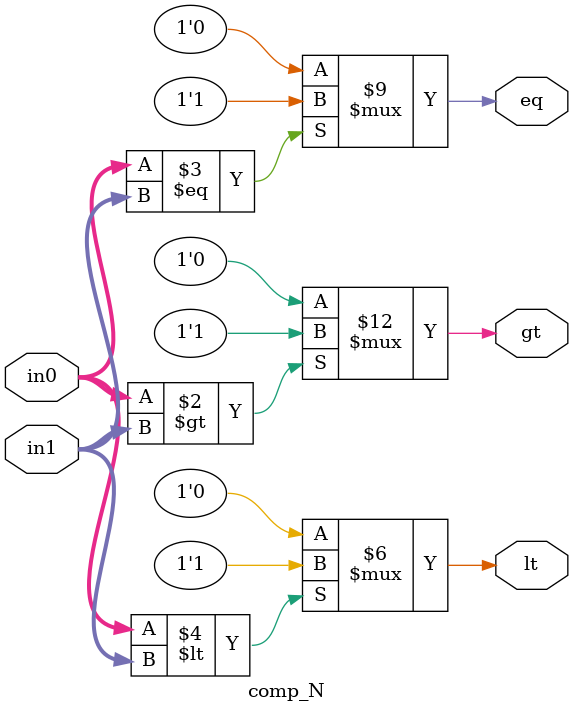
<source format=v>
`timescale 1ns / 1ps


module comp_N
  #(parameter N = 8)  
      (
        input [N-1:0] in0,in1,
		output  reg  gt,eq,lt 
     );
      always @*  
begin
   gt = 0;
   eq = 0;
   lt = 0;
		 if(in0>in1)
            gt = 1;
          if(in0==in1)
            eq = 1;
          if(in0<in1)
            lt = 1;
       end
  endmodule


</source>
